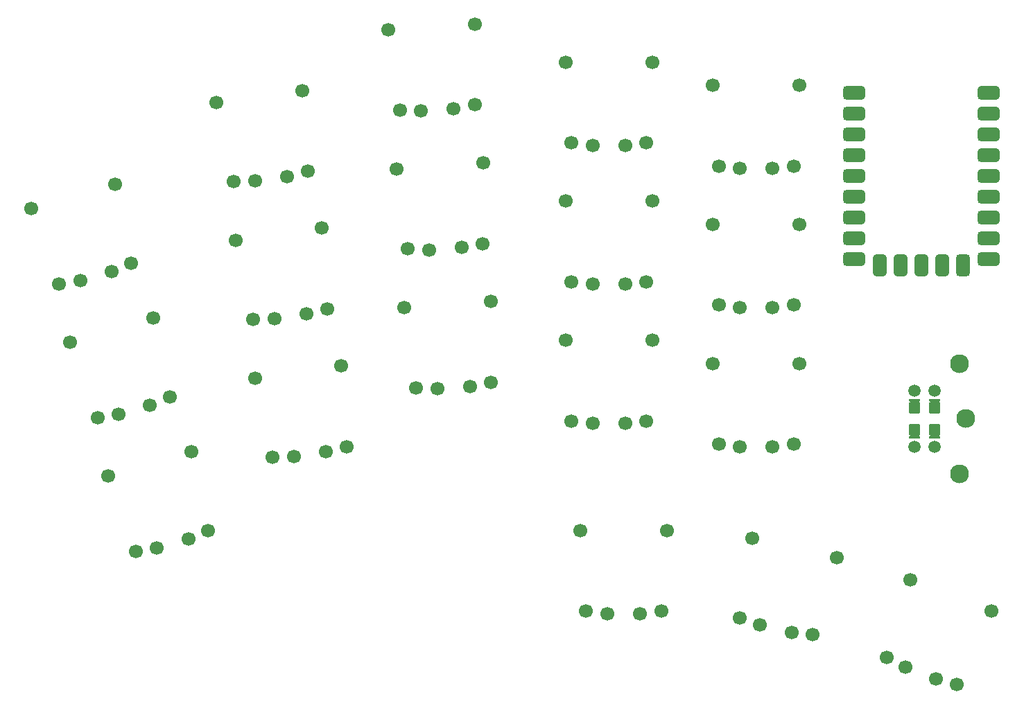
<source format=gbr>
%TF.GenerationSoftware,KiCad,Pcbnew,7.0.10*%
%TF.CreationDate,2024-01-08T12:38:43-05:00*%
%TF.ProjectId,mini,6d696e69-2e6b-4696-9361-645f70636258,2*%
%TF.SameCoordinates,Original*%
%TF.FileFunction,Soldermask,Top*%
%TF.FilePolarity,Negative*%
%FSLAX46Y46*%
G04 Gerber Fmt 4.6, Leading zero omitted, Abs format (unit mm)*
G04 Created by KiCad (PCBNEW 7.0.10) date 2024-01-08 12:38:43*
%MOMM*%
%LPD*%
G01*
G04 APERTURE LIST*
G04 Aperture macros list*
%AMRoundRect*
0 Rectangle with rounded corners*
0 $1 Rounding radius*
0 $2 $3 $4 $5 $6 $7 $8 $9 X,Y pos of 4 corners*
0 Add a 4 corners polygon primitive as box body*
4,1,4,$2,$3,$4,$5,$6,$7,$8,$9,$2,$3,0*
0 Add four circle primitives for the rounded corners*
1,1,$1+$1,$2,$3*
1,1,$1+$1,$4,$5*
1,1,$1+$1,$6,$7*
1,1,$1+$1,$8,$9*
0 Add four rect primitives between the rounded corners*
20,1,$1+$1,$2,$3,$4,$5,0*
20,1,$1+$1,$4,$5,$6,$7,0*
20,1,$1+$1,$6,$7,$8,$9,0*
20,1,$1+$1,$8,$9,$2,$3,0*%
%AMFreePoly0*
4,1,14,0.035355,0.435355,0.635355,-0.164645,0.650000,-0.200000,0.650000,-0.400000,0.635355,-0.435355,0.600000,-0.450000,-0.600000,-0.450000,-0.635355,-0.435355,-0.650000,-0.400000,-0.650000,-0.200000,-0.635355,-0.164645,-0.035355,0.435355,0.000000,0.450000,0.035355,0.435355,0.035355,0.435355,$1*%
%AMFreePoly1*
4,1,16,0.635355,0.285355,0.650000,0.250000,0.650000,-1.000000,0.635355,-1.035355,0.600000,-1.050000,0.564645,-1.035355,0.000000,-0.470710,-0.564645,-1.035355,-0.600000,-1.050000,-0.635355,-1.035355,-0.650000,-1.000000,-0.650000,0.250000,-0.635355,0.285355,-0.600000,0.300000,0.600000,0.300000,0.635355,0.285355,0.635355,0.285355,$1*%
G04 Aperture macros list end*
%ADD10C,0.100000*%
%ADD11C,1.700000*%
%ADD12C,2.300000*%
%ADD13C,1.500000*%
%ADD14FreePoly0,180.000000*%
%ADD15FreePoly0,0.000000*%
%ADD16FreePoly1,0.000000*%
%ADD17FreePoly1,180.000000*%
%ADD18RoundRect,0.425000X-0.925000X-0.425000X0.925000X-0.425000X0.925000X0.425000X-0.925000X0.425000X0*%
%ADD19RoundRect,0.425050X-0.924950X-0.425050X0.924950X-0.425050X0.924950X0.425050X-0.924950X0.425050X0*%
%ADD20RoundRect,0.425000X-0.425000X-0.925000X0.425000X-0.925000X0.425000X0.925000X-0.425000X0.925000X0*%
%ADD21RoundRect,0.418700X-0.418700X-0.931300X0.418700X-0.931300X0.418700X0.931300X-0.418700X0.931300X0*%
G04 APERTURE END LIST*
%TO.C,AdamTech-MDJ004FS1*%
D10*
X195054574Y-88695756D02*
X194038574Y-88695756D01*
X194038574Y-87679756D01*
X195054574Y-87679756D01*
X195054574Y-88695756D01*
G36*
X195054574Y-88695756D02*
G01*
X194038574Y-88695756D01*
X194038574Y-87679756D01*
X195054574Y-87679756D01*
X195054574Y-88695756D01*
G37*
X192554574Y-88695756D02*
X191538574Y-88695756D01*
X191538574Y-87679756D01*
X192554574Y-87679756D01*
X192554574Y-88695756D01*
G36*
X192554574Y-88695756D02*
G01*
X191538574Y-88695756D01*
X191538574Y-87679756D01*
X192554574Y-87679756D01*
X192554574Y-88695756D01*
G37*
X192562574Y-92179756D02*
X191546574Y-92179756D01*
X191546574Y-91163756D01*
X192562574Y-91163756D01*
X192562574Y-92179756D01*
G36*
X192562574Y-92179756D02*
G01*
X191546574Y-92179756D01*
X191546574Y-91163756D01*
X192562574Y-91163756D01*
X192562574Y-92179756D01*
G37*
X195054574Y-92187756D02*
X194038574Y-92187756D01*
X194038574Y-91171756D01*
X195054574Y-91171756D01*
X195054574Y-92187756D01*
G36*
X195054574Y-92187756D02*
G01*
X194038574Y-92187756D01*
X194038574Y-91171756D01*
X195054574Y-91171756D01*
X195054574Y-92187756D01*
G37*
%TD*%
D11*
%TO.C,S8*%
X130209355Y-69165157D03*
X139347041Y-68526188D03*
X132803997Y-69284455D03*
X136794253Y-69005429D03*
X139378186Y-58649957D03*
X128804007Y-59389376D03*
%TD*%
D12*
%TO.C,AdamTech-MDJ004FS1*%
X197546574Y-83183756D03*
D13*
X194546574Y-86533756D03*
X192046574Y-86533756D03*
D14*
X194546574Y-87933756D03*
X192046574Y-87933756D03*
D12*
X198346574Y-89933756D03*
D15*
X192054574Y-91925756D03*
X194546574Y-91933756D03*
D13*
X194546574Y-93333756D03*
X192046574Y-93333756D03*
D12*
X197546574Y-96683756D03*
D16*
X194546574Y-90917756D03*
D17*
X194546574Y-88949756D03*
D16*
X192054574Y-90909756D03*
D17*
X192046574Y-88949756D03*
%TD*%
D11*
%TO.C,S17*%
X170736709Y-114272768D03*
X179661939Y-116333319D03*
X173183098Y-115145452D03*
X177080578Y-116045256D03*
X182579253Y-106897739D03*
X172250930Y-104513258D03*
%TD*%
%TO.C,S7*%
X131195702Y-86137698D03*
X140333388Y-85498729D03*
X133790344Y-86256996D03*
X137780600Y-85977970D03*
X140364533Y-75622498D03*
X129790354Y-76361917D03*
%TD*%
%TO.C,S4*%
X113662503Y-94603448D03*
X122733359Y-93328622D03*
X116259147Y-94541462D03*
X120220219Y-93984769D03*
X122075497Y-83474277D03*
X111578655Y-84949512D03*
%TD*%
%TO.C,S14*%
X168166574Y-76033756D03*
X177326574Y-76033756D03*
X170746574Y-76333756D03*
X174746574Y-76333756D03*
X178046574Y-66183756D03*
X167446574Y-66183756D03*
%TD*%
%TO.C,S11*%
X150166574Y-73200423D03*
X159326574Y-73200423D03*
X152746574Y-73500423D03*
X156746574Y-73500423D03*
X160046574Y-63350423D03*
X149446574Y-63350423D03*
%TD*%
%TO.C,S3*%
X87631502Y-73481956D03*
X96436659Y-70957118D03*
X90194248Y-73059190D03*
X94039295Y-71956640D03*
X94413740Y-61290231D03*
X84224366Y-64211987D03*
%TD*%
%TO.C,S2*%
X92317337Y-89823405D03*
X101122494Y-87298567D03*
X94880083Y-89400639D03*
X98725130Y-88298089D03*
X99099575Y-77631680D03*
X88910201Y-80553436D03*
%TD*%
%TO.C,S10*%
X150166574Y-90200423D03*
X159326574Y-90200423D03*
X152746574Y-90500423D03*
X156746574Y-90500423D03*
X160046574Y-80350423D03*
X149446574Y-80350423D03*
%TD*%
%TO.C,S13*%
X168166574Y-93033756D03*
X177326574Y-93033756D03*
X170746574Y-93333756D03*
X174746574Y-93333756D03*
X178046574Y-83183756D03*
X167446574Y-83183756D03*
%TD*%
D18*
%TO.C,RP2040Zero1*%
X201126574Y-50073756D03*
X201126574Y-50073756D03*
X201126574Y-52613756D03*
X201126574Y-52613756D03*
X201126574Y-55153756D03*
X201126574Y-55153756D03*
X201126574Y-57693756D03*
X201126574Y-57693756D03*
X201126574Y-60233756D03*
X201126574Y-60233756D03*
D19*
X201126574Y-62773756D03*
X201126574Y-62773756D03*
X201126574Y-65313756D03*
X201126574Y-65313756D03*
X201126574Y-67853756D03*
X201126574Y-67853756D03*
X201126574Y-70393756D03*
X201126574Y-70393756D03*
D20*
X197986574Y-71203756D03*
X197986574Y-71203756D03*
D21*
X195446574Y-71203756D03*
X195446574Y-71203756D03*
X192906574Y-71203756D03*
X192906574Y-71203756D03*
X190366574Y-71203756D03*
X190366574Y-71203756D03*
X187826574Y-71203756D03*
X187826574Y-71203756D03*
D19*
X184686574Y-70393756D03*
X184686574Y-70393756D03*
X184686574Y-67853756D03*
X184686574Y-67853756D03*
X184686574Y-65313756D03*
X184686574Y-65313756D03*
X184686574Y-62773756D03*
X184686574Y-62773756D03*
X184686574Y-50073756D03*
X184686574Y-50073756D03*
X184686574Y-52613756D03*
X184686574Y-52613756D03*
X184686574Y-55153756D03*
X184686574Y-55153756D03*
X184686574Y-60233756D03*
X184686574Y-60233756D03*
X184686574Y-57693756D03*
X184686574Y-57693756D03*
%TD*%
D11*
%TO.C,S16*%
X151966574Y-113433756D03*
X161126574Y-113433756D03*
X154546574Y-113733756D03*
X158546574Y-113733756D03*
X161846574Y-103583756D03*
X151246574Y-103583756D03*
%TD*%
%TO.C,S9*%
X129223007Y-52192617D03*
X138360693Y-51553648D03*
X131817649Y-52311915D03*
X135807905Y-52032889D03*
X138391838Y-41677417D03*
X127817659Y-42416836D03*
%TD*%
%TO.C,S18*%
X188682114Y-119091064D03*
X197233711Y-122373714D03*
X190983241Y-120295727D03*
X194717563Y-121729199D03*
X201435813Y-113435972D03*
X191539860Y-109637272D03*
%TD*%
%TO.C,S15*%
X168166574Y-59033756D03*
X177326574Y-59033756D03*
X170746574Y-59333756D03*
X174746574Y-59333756D03*
X178046574Y-49183756D03*
X167446574Y-49183756D03*
%TD*%
%TO.C,S1*%
X97003172Y-106164854D03*
X105808329Y-103640016D03*
X99565918Y-105742088D03*
X103410965Y-104639538D03*
X103785410Y-93973129D03*
X93596036Y-96894885D03*
%TD*%
%TO.C,S5*%
X111296560Y-77768891D03*
X120367416Y-76494065D03*
X113893204Y-77706905D03*
X117854276Y-77150212D03*
X119709554Y-66639720D03*
X109212712Y-68114955D03*
%TD*%
%TO.C,S12*%
X150166574Y-56200423D03*
X159326574Y-56200423D03*
X152746574Y-56500423D03*
X156746574Y-56500423D03*
X160046574Y-46350423D03*
X149446574Y-46350423D03*
%TD*%
%TO.C,S6*%
X108930617Y-60934333D03*
X118001473Y-59659507D03*
X111527261Y-60872347D03*
X115488333Y-60315654D03*
X117343611Y-49805162D03*
X106846769Y-51280397D03*
%TD*%
M02*

</source>
